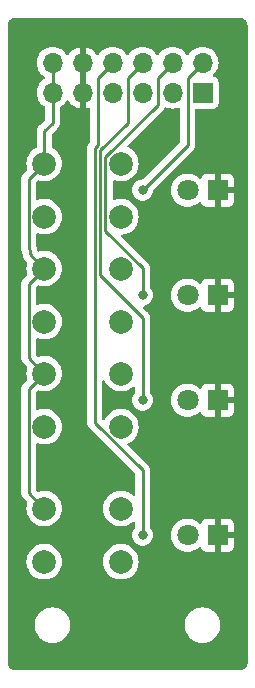
<source format=gtl>
G04 #@! TF.GenerationSoftware,KiCad,Pcbnew,7.0.11-7.0.11~ubuntu20.04.1*
G04 #@! TF.CreationDate,2024-08-22T00:47:30+02:00*
G04 #@! TF.ProjectId,kicad-pmod-semaphore,6b696361-642d-4706-9d6f-642d73656d61,1.0*
G04 #@! TF.SameCoordinates,Original*
G04 #@! TF.FileFunction,Copper,L1,Top*
G04 #@! TF.FilePolarity,Positive*
%FSLAX46Y46*%
G04 Gerber Fmt 4.6, Leading zero omitted, Abs format (unit mm)*
G04 Created by KiCad (PCBNEW 7.0.11-7.0.11~ubuntu20.04.1) date 2024-08-22 00:47:30*
%MOMM*%
%LPD*%
G01*
G04 APERTURE LIST*
G04 #@! TA.AperFunction,ComponentPad*
%ADD10C,2.000000*%
G04 #@! TD*
G04 #@! TA.AperFunction,ComponentPad*
%ADD11R,1.700000X1.700000*%
G04 #@! TD*
G04 #@! TA.AperFunction,ComponentPad*
%ADD12O,1.700000X1.700000*%
G04 #@! TD*
G04 #@! TA.AperFunction,ComponentPad*
%ADD13R,1.800000X1.800000*%
G04 #@! TD*
G04 #@! TA.AperFunction,ComponentPad*
%ADD14C,1.800000*%
G04 #@! TD*
G04 #@! TA.AperFunction,ViaPad*
%ADD15C,0.800000*%
G04 #@! TD*
G04 #@! TA.AperFunction,Conductor*
%ADD16C,0.250000*%
G04 #@! TD*
G04 APERTURE END LIST*
D10*
X120090000Y-86015000D03*
X113590000Y-86015000D03*
X120090000Y-90515000D03*
X113590000Y-90515000D03*
X120090000Y-74585000D03*
X113590000Y-74585000D03*
X120090000Y-79085000D03*
X113590000Y-79085000D03*
X120090000Y-65695000D03*
X113590000Y-65695000D03*
X120090000Y-70195000D03*
X113590000Y-70195000D03*
X120090000Y-56805000D03*
X113590000Y-56805000D03*
X120090000Y-61305000D03*
X113590000Y-61305000D03*
D11*
X127000000Y-50800000D03*
D12*
X127000000Y-48260000D03*
X124460000Y-50800000D03*
X124460000Y-48260000D03*
X121920000Y-50800000D03*
X121920000Y-48260000D03*
X119380000Y-50800000D03*
X119380000Y-48260000D03*
X116840000Y-50800000D03*
X116840000Y-48260000D03*
X114300000Y-50800000D03*
X114300000Y-48260000D03*
D13*
X128270000Y-88265000D03*
D14*
X125730000Y-88265000D03*
D13*
X128270000Y-76835000D03*
D14*
X125730000Y-76835000D03*
D13*
X128270000Y-67945000D03*
D14*
X125730000Y-67945000D03*
X125730000Y-59055000D03*
D13*
X128270000Y-59055000D03*
D15*
X121920000Y-88265000D03*
X121920000Y-76835000D03*
X121920000Y-67945000D03*
X121920000Y-59055000D03*
D16*
X121920000Y-59055000D02*
X125730000Y-55245000D01*
X125730000Y-55245000D02*
X125730000Y-49530000D01*
X125730000Y-49530000D02*
X127000000Y-48260000D01*
X121920000Y-76835000D02*
X121920000Y-69850000D01*
X118315000Y-55675000D02*
X120650000Y-53340000D01*
X121920000Y-69850000D02*
X118315000Y-66245000D01*
X118315000Y-66245000D02*
X118315000Y-55675000D01*
X120650000Y-53340000D02*
X120650000Y-49530000D01*
X120650000Y-49530000D02*
X121920000Y-48260000D01*
X121920000Y-67945000D02*
X121920000Y-65651167D01*
X121920000Y-65651167D02*
X118765000Y-62496167D01*
X118765000Y-62496167D02*
X118765000Y-56256167D01*
X118765000Y-56256167D02*
X123190000Y-51831167D01*
X123190000Y-51831167D02*
X123190000Y-49530000D01*
X123190000Y-49530000D02*
X124460000Y-48260000D01*
X114300000Y-50800000D02*
X114300000Y-48260000D01*
X117865000Y-55488604D02*
X118109302Y-55244302D01*
X121920000Y-88265000D02*
X121920000Y-82788833D01*
X121920000Y-82788833D02*
X117865000Y-78733833D01*
X117865000Y-78733833D02*
X117865000Y-55488604D01*
X118109302Y-55244302D02*
X118109302Y-49530698D01*
X118109302Y-49530698D02*
X119380000Y-48260000D01*
X113590000Y-74585000D02*
X112265000Y-75910000D01*
X112265000Y-75910000D02*
X112265000Y-84690000D01*
X112265000Y-84690000D02*
X113590000Y-86015000D01*
X113590000Y-65695000D02*
X112265000Y-67020000D01*
X112265000Y-67020000D02*
X112265000Y-73260000D01*
X112265000Y-73260000D02*
X113590000Y-74585000D01*
X112265000Y-64005000D02*
X112395000Y-64135000D01*
X112265000Y-58130000D02*
X112265000Y-64005000D01*
X113590000Y-56805000D02*
X112265000Y-58130000D01*
X112395000Y-64135000D02*
X112395000Y-64500000D01*
X112395000Y-64500000D02*
X113590000Y-65695000D01*
X114300000Y-50800000D02*
X114300000Y-53340000D01*
X114300000Y-53340000D02*
X113590000Y-54050000D01*
X113590000Y-54050000D02*
X113590000Y-56805000D01*
X113590000Y-74585000D02*
X113590000Y-74855000D01*
X113590000Y-74855000D02*
X113665000Y-74930000D01*
G04 #@! TA.AperFunction,Conductor*
G36*
X117090000Y-50364498D02*
G01*
X116982315Y-50315320D01*
X116875763Y-50300000D01*
X116804237Y-50300000D01*
X116697685Y-50315320D01*
X116590000Y-50364498D01*
X116590000Y-48695501D01*
X116697685Y-48744680D01*
X116804237Y-48760000D01*
X116875763Y-48760000D01*
X116982315Y-48744680D01*
X117090000Y-48695501D01*
X117090000Y-50364498D01*
G37*
G04 #@! TD.AperFunction*
G04 #@! TA.AperFunction,Conductor*
G36*
X130181912Y-44451278D02*
G01*
X130200299Y-44453350D01*
X130202404Y-44453607D01*
X130313499Y-44468233D01*
X130338249Y-44474126D01*
X130380803Y-44489017D01*
X130387255Y-44491480D01*
X130460533Y-44521833D01*
X130479028Y-44531387D01*
X130521975Y-44558372D01*
X130531481Y-44564985D01*
X130590274Y-44610098D01*
X130602469Y-44620793D01*
X130639205Y-44657529D01*
X130649900Y-44669724D01*
X130695013Y-44728517D01*
X130701630Y-44738029D01*
X130728607Y-44780962D01*
X130738172Y-44799478D01*
X130768510Y-44872722D01*
X130770990Y-44879219D01*
X130785869Y-44921740D01*
X130791767Y-44946510D01*
X130806381Y-45057517D01*
X130806661Y-45059801D01*
X130808720Y-45078085D01*
X130809500Y-45091959D01*
X130809500Y-99053039D01*
X130808721Y-99066915D01*
X130807239Y-99080065D01*
X130806662Y-99085186D01*
X130806381Y-99087481D01*
X130791767Y-99198488D01*
X130785869Y-99223258D01*
X130770990Y-99265779D01*
X130768510Y-99272276D01*
X130738172Y-99345520D01*
X130728604Y-99364042D01*
X130701630Y-99406969D01*
X130695013Y-99416481D01*
X130649900Y-99475274D01*
X130639205Y-99487469D01*
X130602469Y-99524205D01*
X130590274Y-99534900D01*
X130531481Y-99580013D01*
X130521969Y-99586630D01*
X130479042Y-99613604D01*
X130460520Y-99623172D01*
X130387276Y-99653510D01*
X130380779Y-99655990D01*
X130338258Y-99670869D01*
X130313488Y-99676767D01*
X130202481Y-99691381D01*
X130200187Y-99691662D01*
X130197503Y-99691964D01*
X130181914Y-99693720D01*
X130168040Y-99694500D01*
X111131960Y-99694500D01*
X111118083Y-99693720D01*
X111103203Y-99692044D01*
X111099813Y-99691662D01*
X111097517Y-99691381D01*
X110986510Y-99676767D01*
X110961740Y-99670869D01*
X110919219Y-99655990D01*
X110912722Y-99653510D01*
X110862748Y-99632810D01*
X110839475Y-99623170D01*
X110820962Y-99613607D01*
X110778029Y-99586630D01*
X110768517Y-99580013D01*
X110709724Y-99534900D01*
X110697529Y-99524205D01*
X110660793Y-99487469D01*
X110650098Y-99475274D01*
X110604985Y-99416481D01*
X110598368Y-99406969D01*
X110571387Y-99364028D01*
X110561833Y-99345533D01*
X110531480Y-99272255D01*
X110529017Y-99265803D01*
X110514126Y-99223249D01*
X110508233Y-99198499D01*
X110493607Y-99087404D01*
X110493350Y-99085299D01*
X110491278Y-99066912D01*
X110490500Y-99053037D01*
X110490500Y-96009334D01*
X112799500Y-96009334D01*
X112840429Y-96254616D01*
X112921169Y-96489802D01*
X112921172Y-96489811D01*
X113039524Y-96708506D01*
X113039526Y-96708509D01*
X113192262Y-96904744D01*
X113351744Y-97051557D01*
X113375217Y-97073166D01*
X113583393Y-97209173D01*
X113811118Y-97309063D01*
X114052175Y-97370107D01*
X114052179Y-97370108D01*
X114052181Y-97370108D01*
X114052186Y-97370109D01*
X114205589Y-97382819D01*
X114237933Y-97385500D01*
X114237937Y-97385500D01*
X114362063Y-97385500D01*
X114362067Y-97385500D01*
X114424677Y-97380311D01*
X114547813Y-97370109D01*
X114547816Y-97370108D01*
X114547821Y-97370108D01*
X114788881Y-97309063D01*
X115016607Y-97209173D01*
X115224785Y-97073164D01*
X115407738Y-96904744D01*
X115560474Y-96708509D01*
X115678828Y-96489810D01*
X115759571Y-96254614D01*
X115800500Y-96009335D01*
X115800500Y-96009334D01*
X125499500Y-96009334D01*
X125540429Y-96254616D01*
X125621169Y-96489802D01*
X125621172Y-96489811D01*
X125739524Y-96708506D01*
X125739526Y-96708509D01*
X125892262Y-96904744D01*
X126051744Y-97051557D01*
X126075217Y-97073166D01*
X126283393Y-97209173D01*
X126511118Y-97309063D01*
X126752175Y-97370107D01*
X126752179Y-97370108D01*
X126752181Y-97370108D01*
X126752186Y-97370109D01*
X126905589Y-97382819D01*
X126937933Y-97385500D01*
X126937937Y-97385500D01*
X127062063Y-97385500D01*
X127062067Y-97385500D01*
X127124677Y-97380311D01*
X127247813Y-97370109D01*
X127247816Y-97370108D01*
X127247821Y-97370108D01*
X127488881Y-97309063D01*
X127716607Y-97209173D01*
X127924785Y-97073164D01*
X128107738Y-96904744D01*
X128260474Y-96708509D01*
X128378828Y-96489810D01*
X128459571Y-96254614D01*
X128500500Y-96009335D01*
X128500500Y-95760665D01*
X128459571Y-95515386D01*
X128378828Y-95280190D01*
X128260474Y-95061491D01*
X128107738Y-94865256D01*
X127924785Y-94696836D01*
X127924782Y-94696833D01*
X127716606Y-94560826D01*
X127488881Y-94460936D01*
X127247824Y-94399892D01*
X127247813Y-94399890D01*
X127062077Y-94384500D01*
X127062067Y-94384500D01*
X126937933Y-94384500D01*
X126937922Y-94384500D01*
X126752186Y-94399890D01*
X126752175Y-94399892D01*
X126511118Y-94460936D01*
X126283393Y-94560826D01*
X126075217Y-94696833D01*
X125892261Y-94865257D01*
X125739524Y-95061493D01*
X125621172Y-95280188D01*
X125621169Y-95280197D01*
X125540429Y-95515383D01*
X125499500Y-95760665D01*
X125499500Y-96009334D01*
X115800500Y-96009334D01*
X115800500Y-95760665D01*
X115759571Y-95515386D01*
X115678828Y-95280190D01*
X115560474Y-95061491D01*
X115407738Y-94865256D01*
X115224785Y-94696836D01*
X115224782Y-94696833D01*
X115016606Y-94560826D01*
X114788881Y-94460936D01*
X114547824Y-94399892D01*
X114547813Y-94399890D01*
X114362077Y-94384500D01*
X114362067Y-94384500D01*
X114237933Y-94384500D01*
X114237922Y-94384500D01*
X114052186Y-94399890D01*
X114052175Y-94399892D01*
X113811118Y-94460936D01*
X113583393Y-94560826D01*
X113375217Y-94696833D01*
X113192261Y-94865257D01*
X113039524Y-95061493D01*
X112921172Y-95280188D01*
X112921169Y-95280197D01*
X112840429Y-95515383D01*
X112799500Y-95760665D01*
X112799500Y-96009334D01*
X110490500Y-96009334D01*
X110490500Y-90515005D01*
X112084357Y-90515005D01*
X112104890Y-90762812D01*
X112104892Y-90762824D01*
X112165936Y-91003881D01*
X112265826Y-91231606D01*
X112401833Y-91439782D01*
X112401836Y-91439785D01*
X112570256Y-91622738D01*
X112766491Y-91775474D01*
X112985190Y-91893828D01*
X113220386Y-91974571D01*
X113465665Y-92015500D01*
X113714335Y-92015500D01*
X113959614Y-91974571D01*
X114194810Y-91893828D01*
X114413509Y-91775474D01*
X114609744Y-91622738D01*
X114778164Y-91439785D01*
X114914173Y-91231607D01*
X115014063Y-91003881D01*
X115075108Y-90762821D01*
X115095643Y-90515005D01*
X118584357Y-90515005D01*
X118604890Y-90762812D01*
X118604892Y-90762824D01*
X118665936Y-91003881D01*
X118765826Y-91231606D01*
X118901833Y-91439782D01*
X118901836Y-91439785D01*
X119070256Y-91622738D01*
X119266491Y-91775474D01*
X119485190Y-91893828D01*
X119720386Y-91974571D01*
X119965665Y-92015500D01*
X120214335Y-92015500D01*
X120459614Y-91974571D01*
X120694810Y-91893828D01*
X120913509Y-91775474D01*
X121109744Y-91622738D01*
X121278164Y-91439785D01*
X121414173Y-91231607D01*
X121514063Y-91003881D01*
X121575108Y-90762821D01*
X121595643Y-90515000D01*
X121575108Y-90267179D01*
X121514063Y-90026119D01*
X121414173Y-89798393D01*
X121327350Y-89665500D01*
X121278166Y-89590217D01*
X121256557Y-89566744D01*
X121109744Y-89407262D01*
X120913509Y-89254526D01*
X120913507Y-89254525D01*
X120913506Y-89254524D01*
X120694811Y-89136172D01*
X120694802Y-89136169D01*
X120459616Y-89055429D01*
X120214335Y-89014500D01*
X119965665Y-89014500D01*
X119720383Y-89055429D01*
X119485197Y-89136169D01*
X119485188Y-89136172D01*
X119266493Y-89254524D01*
X119070257Y-89407261D01*
X118901833Y-89590217D01*
X118765826Y-89798393D01*
X118665936Y-90026118D01*
X118604892Y-90267175D01*
X118604890Y-90267187D01*
X118584357Y-90514994D01*
X118584357Y-90515005D01*
X115095643Y-90515005D01*
X115095643Y-90515000D01*
X115075108Y-90267179D01*
X115014063Y-90026119D01*
X114914173Y-89798393D01*
X114827350Y-89665500D01*
X114778166Y-89590217D01*
X114756557Y-89566744D01*
X114609744Y-89407262D01*
X114413509Y-89254526D01*
X114413507Y-89254525D01*
X114413506Y-89254524D01*
X114194811Y-89136172D01*
X114194802Y-89136169D01*
X113959616Y-89055429D01*
X113714335Y-89014500D01*
X113465665Y-89014500D01*
X113220383Y-89055429D01*
X112985197Y-89136169D01*
X112985188Y-89136172D01*
X112766493Y-89254524D01*
X112570257Y-89407261D01*
X112401833Y-89590217D01*
X112265826Y-89798393D01*
X112165936Y-90026118D01*
X112104892Y-90267175D01*
X112104890Y-90267187D01*
X112084357Y-90514994D01*
X112084357Y-90515005D01*
X110490500Y-90515005D01*
X110490500Y-75890195D01*
X111634840Y-75890195D01*
X111638950Y-75933674D01*
X111639500Y-75945343D01*
X111639500Y-84607255D01*
X111637775Y-84622872D01*
X111638061Y-84622899D01*
X111637326Y-84630665D01*
X111639439Y-84697872D01*
X111639500Y-84701767D01*
X111639500Y-84729357D01*
X111640003Y-84733335D01*
X111640918Y-84744967D01*
X111642290Y-84788624D01*
X111642291Y-84788627D01*
X111647880Y-84807867D01*
X111651824Y-84826911D01*
X111654336Y-84846792D01*
X111670414Y-84887403D01*
X111674197Y-84898452D01*
X111686381Y-84940388D01*
X111696580Y-84957634D01*
X111705138Y-84975103D01*
X111712514Y-84993732D01*
X111738181Y-85029060D01*
X111744593Y-85038821D01*
X111766828Y-85076417D01*
X111766833Y-85076424D01*
X111780990Y-85090580D01*
X111793628Y-85105376D01*
X111805405Y-85121586D01*
X111805406Y-85121587D01*
X111839057Y-85149425D01*
X111847698Y-85157288D01*
X112126338Y-85435928D01*
X112159823Y-85497251D01*
X112158863Y-85554049D01*
X112104892Y-85767174D01*
X112104890Y-85767187D01*
X112084357Y-86014994D01*
X112084357Y-86015005D01*
X112104890Y-86262812D01*
X112104892Y-86262824D01*
X112165936Y-86503881D01*
X112265826Y-86731606D01*
X112401833Y-86939782D01*
X112401836Y-86939785D01*
X112570256Y-87122738D01*
X112766491Y-87275474D01*
X112985190Y-87393828D01*
X113220386Y-87474571D01*
X113465665Y-87515500D01*
X113714335Y-87515500D01*
X113959614Y-87474571D01*
X114194810Y-87393828D01*
X114413509Y-87275474D01*
X114609744Y-87122738D01*
X114778164Y-86939785D01*
X114914173Y-86731607D01*
X115014063Y-86503881D01*
X115075108Y-86262821D01*
X115095643Y-86015000D01*
X115075108Y-85767179D01*
X115014063Y-85526119D01*
X115001400Y-85497251D01*
X114914173Y-85298393D01*
X114778166Y-85090217D01*
X114756557Y-85066744D01*
X114609744Y-84907262D01*
X114413509Y-84754526D01*
X114413507Y-84754525D01*
X114413506Y-84754524D01*
X114194811Y-84636172D01*
X114194802Y-84636169D01*
X113959616Y-84555429D01*
X113714335Y-84514500D01*
X113465665Y-84514500D01*
X113220386Y-84555428D01*
X113140713Y-84582780D01*
X113070914Y-84585929D01*
X113012770Y-84553179D01*
X112926819Y-84467228D01*
X112893334Y-84405905D01*
X112890500Y-84379547D01*
X112890500Y-80604993D01*
X112910185Y-80537954D01*
X112962989Y-80492199D01*
X113032147Y-80482255D01*
X113054758Y-80487710D01*
X113220386Y-80544571D01*
X113465665Y-80585500D01*
X113714335Y-80585500D01*
X113959614Y-80544571D01*
X114194810Y-80463828D01*
X114413509Y-80345474D01*
X114609744Y-80192738D01*
X114778164Y-80009785D01*
X114914173Y-79801607D01*
X115014063Y-79573881D01*
X115075108Y-79332821D01*
X115086673Y-79193258D01*
X115095643Y-79085005D01*
X115095643Y-79084994D01*
X115075109Y-78837187D01*
X115075107Y-78837175D01*
X115014063Y-78596118D01*
X114914173Y-78368393D01*
X114778166Y-78160217D01*
X114756557Y-78136744D01*
X114609744Y-77977262D01*
X114413509Y-77824526D01*
X114413507Y-77824525D01*
X114413506Y-77824524D01*
X114194811Y-77706172D01*
X114194802Y-77706169D01*
X113959616Y-77625429D01*
X113714335Y-77584500D01*
X113465665Y-77584500D01*
X113220383Y-77625429D01*
X113054763Y-77682287D01*
X112984964Y-77685437D01*
X112924543Y-77650351D01*
X112892682Y-77588168D01*
X112890500Y-77565006D01*
X112890500Y-76220451D01*
X112910185Y-76153412D01*
X112926810Y-76132779D01*
X113012773Y-76046816D01*
X113074091Y-76013334D01*
X113140712Y-76017218D01*
X113186493Y-76032935D01*
X113220385Y-76044571D01*
X113465665Y-76085500D01*
X113714335Y-76085500D01*
X113959614Y-76044571D01*
X114194810Y-75963828D01*
X114413509Y-75845474D01*
X114609744Y-75692738D01*
X114778164Y-75509785D01*
X114914173Y-75301607D01*
X115014063Y-75073881D01*
X115075108Y-74832821D01*
X115095643Y-74585000D01*
X115075108Y-74337179D01*
X115014063Y-74096119D01*
X115001400Y-74067251D01*
X114914173Y-73868393D01*
X114778166Y-73660217D01*
X114756557Y-73636744D01*
X114609744Y-73477262D01*
X114413509Y-73324526D01*
X114413507Y-73324525D01*
X114413506Y-73324524D01*
X114194811Y-73206172D01*
X114194802Y-73206169D01*
X113959616Y-73125429D01*
X113714335Y-73084500D01*
X113465665Y-73084500D01*
X113220386Y-73125428D01*
X113140713Y-73152780D01*
X113070914Y-73155929D01*
X113012770Y-73123179D01*
X112926819Y-73037228D01*
X112893334Y-72975905D01*
X112890500Y-72949547D01*
X112890500Y-71714993D01*
X112910185Y-71647954D01*
X112962989Y-71602199D01*
X113032147Y-71592255D01*
X113054758Y-71597710D01*
X113220386Y-71654571D01*
X113465665Y-71695500D01*
X113714335Y-71695500D01*
X113959614Y-71654571D01*
X114194810Y-71573828D01*
X114413509Y-71455474D01*
X114609744Y-71302738D01*
X114778164Y-71119785D01*
X114914173Y-70911607D01*
X115014063Y-70683881D01*
X115075108Y-70442821D01*
X115095643Y-70195000D01*
X115075108Y-69947179D01*
X115067986Y-69919054D01*
X115014063Y-69706118D01*
X114914173Y-69478393D01*
X114778166Y-69270217D01*
X114756557Y-69246744D01*
X114609744Y-69087262D01*
X114413509Y-68934526D01*
X114413507Y-68934525D01*
X114413506Y-68934524D01*
X114194811Y-68816172D01*
X114194802Y-68816169D01*
X113959616Y-68735429D01*
X113714335Y-68694500D01*
X113465665Y-68694500D01*
X113220383Y-68735429D01*
X113054763Y-68792287D01*
X112984964Y-68795437D01*
X112924543Y-68760351D01*
X112892682Y-68698168D01*
X112890500Y-68675006D01*
X112890500Y-67330451D01*
X112910185Y-67263412D01*
X112926810Y-67242779D01*
X113012773Y-67156816D01*
X113074091Y-67123334D01*
X113140712Y-67127218D01*
X113186493Y-67142935D01*
X113220385Y-67154571D01*
X113465665Y-67195500D01*
X113714335Y-67195500D01*
X113959614Y-67154571D01*
X114194810Y-67073828D01*
X114413509Y-66955474D01*
X114609744Y-66802738D01*
X114778164Y-66619785D01*
X114914173Y-66411607D01*
X115014063Y-66183881D01*
X115075108Y-65942821D01*
X115092419Y-65733909D01*
X115095643Y-65695005D01*
X115095643Y-65694994D01*
X115075109Y-65447187D01*
X115075107Y-65447175D01*
X115014063Y-65206118D01*
X114914173Y-64978393D01*
X114778166Y-64770217D01*
X114711136Y-64697403D01*
X114609744Y-64587262D01*
X114413509Y-64434526D01*
X114413507Y-64434525D01*
X114413506Y-64434524D01*
X114194811Y-64316172D01*
X114194802Y-64316169D01*
X113959616Y-64235429D01*
X113714335Y-64194500D01*
X113465665Y-64194500D01*
X113220384Y-64235429D01*
X113184983Y-64247582D01*
X113115185Y-64250731D01*
X113054764Y-64215644D01*
X113022904Y-64153461D01*
X113020783Y-64134185D01*
X113020561Y-64127103D01*
X113020500Y-64123218D01*
X113020500Y-64095656D01*
X113020500Y-64095650D01*
X113019996Y-64091668D01*
X113019081Y-64080029D01*
X113018451Y-64059967D01*
X113017710Y-64036373D01*
X113012119Y-64017130D01*
X113008173Y-63998078D01*
X113005664Y-63978208D01*
X112989579Y-63937583D01*
X112985806Y-63926562D01*
X112973618Y-63884610D01*
X112973617Y-63884609D01*
X112973617Y-63884607D01*
X112973616Y-63884606D01*
X112963423Y-63867371D01*
X112954861Y-63849894D01*
X112947487Y-63831269D01*
X112921816Y-63795937D01*
X112915405Y-63786178D01*
X112907763Y-63773255D01*
X112890500Y-63710142D01*
X112890500Y-62824993D01*
X112910185Y-62757954D01*
X112962989Y-62712199D01*
X113032147Y-62702255D01*
X113054758Y-62707710D01*
X113220386Y-62764571D01*
X113465665Y-62805500D01*
X113714335Y-62805500D01*
X113959614Y-62764571D01*
X114194810Y-62683828D01*
X114413509Y-62565474D01*
X114609744Y-62412738D01*
X114778164Y-62229785D01*
X114914173Y-62021607D01*
X115014063Y-61793881D01*
X115075108Y-61552821D01*
X115095643Y-61305000D01*
X115075108Y-61057179D01*
X115014063Y-60816119D01*
X114914173Y-60588393D01*
X114827350Y-60455500D01*
X114778166Y-60380217D01*
X114756557Y-60356744D01*
X114609744Y-60197262D01*
X114413509Y-60044526D01*
X114413507Y-60044525D01*
X114413506Y-60044524D01*
X114194811Y-59926172D01*
X114194802Y-59926169D01*
X113959616Y-59845429D01*
X113714335Y-59804500D01*
X113465665Y-59804500D01*
X113220383Y-59845429D01*
X113054763Y-59902287D01*
X112984964Y-59905437D01*
X112924543Y-59870351D01*
X112892682Y-59808168D01*
X112890500Y-59785006D01*
X112890500Y-58440451D01*
X112910185Y-58373412D01*
X112926810Y-58352779D01*
X113012773Y-58266816D01*
X113074091Y-58233334D01*
X113140712Y-58237218D01*
X113186493Y-58252935D01*
X113220385Y-58264571D01*
X113465665Y-58305500D01*
X113714335Y-58305500D01*
X113959614Y-58264571D01*
X114194810Y-58183828D01*
X114413509Y-58065474D01*
X114609744Y-57912738D01*
X114778164Y-57729785D01*
X114914173Y-57521607D01*
X115014063Y-57293881D01*
X115075108Y-57052821D01*
X115095643Y-56805000D01*
X115075108Y-56557179D01*
X115014063Y-56316119D01*
X114914173Y-56088393D01*
X114778166Y-55880217D01*
X114756557Y-55856744D01*
X114609744Y-55697262D01*
X114413509Y-55544526D01*
X114413508Y-55544525D01*
X114413505Y-55544523D01*
X114413503Y-55544522D01*
X114280481Y-55472533D01*
X114230891Y-55423313D01*
X114215500Y-55363479D01*
X114215500Y-54360451D01*
X114235185Y-54293412D01*
X114251815Y-54272774D01*
X114683786Y-53840802D01*
X114696048Y-53830980D01*
X114695865Y-53830759D01*
X114701868Y-53825791D01*
X114701877Y-53825786D01*
X114747934Y-53776739D01*
X114750582Y-53774006D01*
X114770120Y-53754470D01*
X114772570Y-53751310D01*
X114780154Y-53742429D01*
X114810062Y-53710582D01*
X114819714Y-53693023D01*
X114830389Y-53676772D01*
X114842674Y-53660936D01*
X114860030Y-53620825D01*
X114865161Y-53610354D01*
X114886194Y-53572098D01*
X114886194Y-53572097D01*
X114886197Y-53572092D01*
X114891180Y-53552680D01*
X114897477Y-53534291D01*
X114905438Y-53515895D01*
X114912270Y-53472748D01*
X114914639Y-53461316D01*
X114925499Y-53419022D01*
X114925500Y-53419017D01*
X114925500Y-53398983D01*
X114927027Y-53379582D01*
X114930160Y-53359804D01*
X114926050Y-53316324D01*
X114925500Y-53304655D01*
X114925500Y-52075226D01*
X114945185Y-52008187D01*
X114978374Y-51973654D01*
X115171401Y-51838495D01*
X115338495Y-51671401D01*
X115468730Y-51485405D01*
X115523307Y-51441781D01*
X115592805Y-51434587D01*
X115655160Y-51466110D01*
X115671879Y-51485405D01*
X115801890Y-51671078D01*
X115968917Y-51838105D01*
X116162421Y-51973600D01*
X116376507Y-52073429D01*
X116376516Y-52073433D01*
X116590000Y-52130634D01*
X116590000Y-51235501D01*
X116697685Y-51284680D01*
X116804237Y-51300000D01*
X116875763Y-51300000D01*
X116982315Y-51284680D01*
X117090000Y-51235501D01*
X117090000Y-52130633D01*
X117303483Y-52073433D01*
X117303491Y-52073430D01*
X117307393Y-52071611D01*
X117376470Y-52061116D01*
X117440255Y-52089634D01*
X117478497Y-52148109D01*
X117483802Y-52183991D01*
X117483802Y-54931701D01*
X117464117Y-54998740D01*
X117450192Y-55016587D01*
X117417098Y-55051827D01*
X117414391Y-55054620D01*
X117394889Y-55074121D01*
X117394875Y-55074138D01*
X117392407Y-55077319D01*
X117384843Y-55086174D01*
X117354937Y-55118022D01*
X117354936Y-55118024D01*
X117345284Y-55135580D01*
X117334610Y-55151830D01*
X117322329Y-55167665D01*
X117322324Y-55167672D01*
X117304975Y-55207762D01*
X117299838Y-55218248D01*
X117278803Y-55256510D01*
X117273822Y-55275911D01*
X117267521Y-55294314D01*
X117259562Y-55312706D01*
X117259561Y-55312709D01*
X117252728Y-55355847D01*
X117250360Y-55367278D01*
X117239501Y-55409575D01*
X117239500Y-55409586D01*
X117239500Y-55429620D01*
X117237973Y-55449019D01*
X117234840Y-55468798D01*
X117234840Y-55468799D01*
X117238950Y-55512278D01*
X117239500Y-55523947D01*
X117239500Y-78651088D01*
X117237775Y-78666705D01*
X117238061Y-78666732D01*
X117237326Y-78674498D01*
X117239439Y-78741705D01*
X117239500Y-78745600D01*
X117239500Y-78773190D01*
X117240003Y-78777168D01*
X117240918Y-78788800D01*
X117242290Y-78832457D01*
X117242291Y-78832460D01*
X117247880Y-78851700D01*
X117251824Y-78870744D01*
X117254336Y-78890625D01*
X117270414Y-78931236D01*
X117274197Y-78942285D01*
X117286381Y-78984221D01*
X117296580Y-79001467D01*
X117305138Y-79018936D01*
X117312514Y-79037565D01*
X117338181Y-79072893D01*
X117344593Y-79082654D01*
X117366828Y-79120250D01*
X117366833Y-79120257D01*
X117380990Y-79134413D01*
X117393628Y-79149209D01*
X117405405Y-79165419D01*
X117405406Y-79165420D01*
X117439057Y-79193258D01*
X117447698Y-79201121D01*
X121258181Y-83011604D01*
X121291666Y-83072927D01*
X121294500Y-83099285D01*
X121294500Y-84797417D01*
X121274815Y-84864456D01*
X121222011Y-84910211D01*
X121152853Y-84920155D01*
X121094338Y-84895271D01*
X120913506Y-84754524D01*
X120694811Y-84636172D01*
X120694802Y-84636169D01*
X120459616Y-84555429D01*
X120214335Y-84514500D01*
X119965665Y-84514500D01*
X119720383Y-84555429D01*
X119485197Y-84636169D01*
X119485188Y-84636172D01*
X119266493Y-84754524D01*
X119070257Y-84907261D01*
X118901833Y-85090217D01*
X118765826Y-85298393D01*
X118665936Y-85526118D01*
X118604892Y-85767175D01*
X118604890Y-85767187D01*
X118584357Y-86014994D01*
X118584357Y-86015005D01*
X118604890Y-86262812D01*
X118604892Y-86262824D01*
X118665936Y-86503881D01*
X118765826Y-86731606D01*
X118901833Y-86939782D01*
X118901836Y-86939785D01*
X119070256Y-87122738D01*
X119266491Y-87275474D01*
X119485190Y-87393828D01*
X119720386Y-87474571D01*
X119965665Y-87515500D01*
X120214335Y-87515500D01*
X120459614Y-87474571D01*
X120694810Y-87393828D01*
X120913509Y-87275474D01*
X121094338Y-87134729D01*
X121159332Y-87109086D01*
X121227872Y-87122652D01*
X121278196Y-87171121D01*
X121294500Y-87232582D01*
X121294500Y-87566312D01*
X121274815Y-87633351D01*
X121262650Y-87649284D01*
X121187466Y-87732784D01*
X121092821Y-87896715D01*
X121092818Y-87896722D01*
X121034327Y-88076740D01*
X121034326Y-88076744D01*
X121014540Y-88265000D01*
X121034326Y-88453256D01*
X121034327Y-88453259D01*
X121092818Y-88633277D01*
X121092821Y-88633284D01*
X121187467Y-88797216D01*
X121310491Y-88933848D01*
X121314129Y-88937888D01*
X121467265Y-89049148D01*
X121467270Y-89049151D01*
X121640192Y-89126142D01*
X121640197Y-89126144D01*
X121825354Y-89165500D01*
X121825355Y-89165500D01*
X122014644Y-89165500D01*
X122014646Y-89165500D01*
X122199803Y-89126144D01*
X122372730Y-89049151D01*
X122525871Y-88937888D01*
X122652533Y-88797216D01*
X122747179Y-88633284D01*
X122805674Y-88453256D01*
X122825459Y-88265006D01*
X124324700Y-88265006D01*
X124343864Y-88496297D01*
X124343866Y-88496308D01*
X124400842Y-88721300D01*
X124494075Y-88933848D01*
X124621016Y-89128147D01*
X124621019Y-89128151D01*
X124621021Y-89128153D01*
X124778216Y-89298913D01*
X124778219Y-89298915D01*
X124778222Y-89298918D01*
X124961365Y-89441464D01*
X124961371Y-89441468D01*
X124961374Y-89441470D01*
X125165497Y-89551936D01*
X125277000Y-89590215D01*
X125385015Y-89627297D01*
X125385017Y-89627297D01*
X125385019Y-89627298D01*
X125613951Y-89665500D01*
X125613952Y-89665500D01*
X125846048Y-89665500D01*
X125846049Y-89665500D01*
X126074981Y-89627298D01*
X126294503Y-89551936D01*
X126498626Y-89441470D01*
X126681784Y-89298913D01*
X126690511Y-89289432D01*
X126750394Y-89253441D01*
X126820232Y-89255538D01*
X126877850Y-89295060D01*
X126897924Y-89330080D01*
X126926645Y-89407086D01*
X126926649Y-89407093D01*
X127012809Y-89522187D01*
X127012812Y-89522190D01*
X127127906Y-89608350D01*
X127127913Y-89608354D01*
X127262620Y-89658596D01*
X127262627Y-89658598D01*
X127322155Y-89664999D01*
X127322172Y-89665000D01*
X128020000Y-89665000D01*
X128020000Y-88639189D01*
X128072547Y-88675016D01*
X128202173Y-88715000D01*
X128303724Y-88715000D01*
X128404138Y-88699865D01*
X128520000Y-88644068D01*
X128520000Y-89665000D01*
X129217828Y-89665000D01*
X129217844Y-89664999D01*
X129277372Y-89658598D01*
X129277379Y-89658596D01*
X129412086Y-89608354D01*
X129412093Y-89608350D01*
X129527187Y-89522190D01*
X129527190Y-89522187D01*
X129613350Y-89407093D01*
X129613354Y-89407086D01*
X129663596Y-89272379D01*
X129663598Y-89272372D01*
X129669999Y-89212844D01*
X129670000Y-89212827D01*
X129670000Y-88515000D01*
X128645278Y-88515000D01*
X128693625Y-88431260D01*
X128723810Y-88299008D01*
X128713673Y-88163735D01*
X128664113Y-88037459D01*
X128646203Y-88015000D01*
X129670000Y-88015000D01*
X129670000Y-87317172D01*
X129669999Y-87317155D01*
X129663598Y-87257627D01*
X129663596Y-87257620D01*
X129613354Y-87122913D01*
X129613350Y-87122906D01*
X129527190Y-87007812D01*
X129527187Y-87007809D01*
X129412093Y-86921649D01*
X129412086Y-86921645D01*
X129277379Y-86871403D01*
X129277372Y-86871401D01*
X129217844Y-86865000D01*
X128520000Y-86865000D01*
X128520000Y-87890810D01*
X128467453Y-87854984D01*
X128337827Y-87815000D01*
X128236276Y-87815000D01*
X128135862Y-87830135D01*
X128020000Y-87885931D01*
X128020000Y-86865000D01*
X127322155Y-86865000D01*
X127262627Y-86871401D01*
X127262620Y-86871403D01*
X127127913Y-86921645D01*
X127127906Y-86921649D01*
X127012812Y-87007809D01*
X127012809Y-87007812D01*
X126926649Y-87122906D01*
X126926646Y-87122911D01*
X126897924Y-87199920D01*
X126856052Y-87255853D01*
X126790588Y-87280270D01*
X126722315Y-87265418D01*
X126690514Y-87240571D01*
X126681784Y-87231087D01*
X126681779Y-87231083D01*
X126681777Y-87231081D01*
X126498634Y-87088535D01*
X126498628Y-87088531D01*
X126294504Y-86978064D01*
X126294495Y-86978061D01*
X126074984Y-86902702D01*
X125887404Y-86871401D01*
X125846049Y-86864500D01*
X125613951Y-86864500D01*
X125572596Y-86871401D01*
X125385015Y-86902702D01*
X125165504Y-86978061D01*
X125165495Y-86978064D01*
X124961371Y-87088531D01*
X124961365Y-87088535D01*
X124778222Y-87231081D01*
X124778219Y-87231084D01*
X124778216Y-87231086D01*
X124778216Y-87231087D01*
X124753791Y-87257620D01*
X124621016Y-87401852D01*
X124494075Y-87596151D01*
X124400842Y-87808699D01*
X124343866Y-88033691D01*
X124343864Y-88033702D01*
X124324700Y-88264993D01*
X124324700Y-88265006D01*
X122825459Y-88265006D01*
X122825460Y-88265000D01*
X122805674Y-88076744D01*
X122747179Y-87896716D01*
X122652533Y-87732784D01*
X122577350Y-87649284D01*
X122547120Y-87586292D01*
X122545500Y-87566312D01*
X122545500Y-82871575D01*
X122547224Y-82855955D01*
X122546939Y-82855929D01*
X122547671Y-82848173D01*
X122547673Y-82848166D01*
X122545561Y-82780959D01*
X122545500Y-82777064D01*
X122545500Y-82749487D01*
X122545500Y-82749483D01*
X122544996Y-82745498D01*
X122544080Y-82733854D01*
X122542709Y-82690206D01*
X122537122Y-82670977D01*
X122533174Y-82651917D01*
X122530663Y-82632037D01*
X122514588Y-82591437D01*
X122510804Y-82580385D01*
X122498618Y-82538442D01*
X122498616Y-82538439D01*
X122488423Y-82521204D01*
X122479861Y-82503727D01*
X122472487Y-82485102D01*
X122446816Y-82449770D01*
X122440405Y-82440010D01*
X122418170Y-82402413D01*
X122418168Y-82402411D01*
X122418165Y-82402407D01*
X122404006Y-82388248D01*
X122391368Y-82373452D01*
X122379594Y-82357246D01*
X122345940Y-82329405D01*
X122337299Y-82321542D01*
X120672748Y-80656990D01*
X120639263Y-80595667D01*
X120644247Y-80525975D01*
X120686119Y-80470042D01*
X120701400Y-80460261D01*
X120913509Y-80345474D01*
X121109744Y-80192738D01*
X121278164Y-80009785D01*
X121414173Y-79801607D01*
X121514063Y-79573881D01*
X121575108Y-79332821D01*
X121586673Y-79193258D01*
X121595643Y-79085005D01*
X121595643Y-79084994D01*
X121575109Y-78837187D01*
X121575107Y-78837175D01*
X121514063Y-78596118D01*
X121414173Y-78368393D01*
X121278166Y-78160217D01*
X121256557Y-78136744D01*
X121109744Y-77977262D01*
X120913509Y-77824526D01*
X120913507Y-77824525D01*
X120913506Y-77824524D01*
X120694811Y-77706172D01*
X120694802Y-77706169D01*
X120459616Y-77625429D01*
X120214335Y-77584500D01*
X119965665Y-77584500D01*
X119720383Y-77625429D01*
X119485197Y-77706169D01*
X119485188Y-77706172D01*
X119266493Y-77824524D01*
X119070257Y-77977261D01*
X118901833Y-78160217D01*
X118765826Y-78368393D01*
X118728056Y-78454501D01*
X118683100Y-78507987D01*
X118616364Y-78528677D01*
X118549036Y-78510002D01*
X118502493Y-78457892D01*
X118490500Y-78404691D01*
X118490500Y-75265308D01*
X118510185Y-75198269D01*
X118562989Y-75152514D01*
X118632147Y-75142570D01*
X118695703Y-75171595D01*
X118728056Y-75215498D01*
X118765826Y-75301606D01*
X118901833Y-75509782D01*
X118901836Y-75509785D01*
X119070256Y-75692738D01*
X119266491Y-75845474D01*
X119485190Y-75963828D01*
X119720386Y-76044571D01*
X119965665Y-76085500D01*
X120214335Y-76085500D01*
X120459614Y-76044571D01*
X120694810Y-75963828D01*
X120913509Y-75845474D01*
X121094338Y-75704729D01*
X121159332Y-75679086D01*
X121227872Y-75692652D01*
X121278196Y-75741121D01*
X121294500Y-75802582D01*
X121294500Y-76136312D01*
X121274815Y-76203351D01*
X121262650Y-76219284D01*
X121187466Y-76302784D01*
X121092821Y-76466715D01*
X121092818Y-76466722D01*
X121034327Y-76646740D01*
X121034326Y-76646744D01*
X121014540Y-76835000D01*
X121034326Y-77023256D01*
X121034327Y-77023259D01*
X121092818Y-77203277D01*
X121092821Y-77203284D01*
X121187467Y-77367216D01*
X121310491Y-77503848D01*
X121314129Y-77507888D01*
X121467265Y-77619148D01*
X121467270Y-77619151D01*
X121640192Y-77696142D01*
X121640197Y-77696144D01*
X121825354Y-77735500D01*
X121825355Y-77735500D01*
X122014644Y-77735500D01*
X122014646Y-77735500D01*
X122199803Y-77696144D01*
X122372730Y-77619151D01*
X122525871Y-77507888D01*
X122652533Y-77367216D01*
X122747179Y-77203284D01*
X122805674Y-77023256D01*
X122825459Y-76835006D01*
X124324700Y-76835006D01*
X124343864Y-77066297D01*
X124343866Y-77066308D01*
X124400842Y-77291300D01*
X124494075Y-77503848D01*
X124621016Y-77698147D01*
X124621019Y-77698151D01*
X124621021Y-77698153D01*
X124778216Y-77868913D01*
X124778219Y-77868915D01*
X124778222Y-77868918D01*
X124961365Y-78011464D01*
X124961371Y-78011468D01*
X124961374Y-78011470D01*
X125165497Y-78121936D01*
X125277000Y-78160215D01*
X125385015Y-78197297D01*
X125385017Y-78197297D01*
X125385019Y-78197298D01*
X125613951Y-78235500D01*
X125613952Y-78235500D01*
X125846048Y-78235500D01*
X125846049Y-78235500D01*
X126074981Y-78197298D01*
X126294503Y-78121936D01*
X126498626Y-78011470D01*
X126681784Y-77868913D01*
X126690511Y-77859432D01*
X126750394Y-77823441D01*
X126820232Y-77825538D01*
X126877850Y-77865060D01*
X126897924Y-77900080D01*
X126926645Y-77977086D01*
X126926649Y-77977093D01*
X127012809Y-78092187D01*
X127012812Y-78092190D01*
X127127906Y-78178350D01*
X127127913Y-78178354D01*
X127262620Y-78228596D01*
X127262627Y-78228598D01*
X127322155Y-78234999D01*
X127322172Y-78235000D01*
X128020000Y-78235000D01*
X128020000Y-77209189D01*
X128072547Y-77245016D01*
X128202173Y-77285000D01*
X128303724Y-77285000D01*
X128404138Y-77269865D01*
X128520000Y-77214068D01*
X128520000Y-78235000D01*
X129217828Y-78235000D01*
X129217844Y-78234999D01*
X129277372Y-78228598D01*
X129277379Y-78228596D01*
X129412086Y-78178354D01*
X129412093Y-78178350D01*
X129527187Y-78092190D01*
X129527190Y-78092187D01*
X129613350Y-77977093D01*
X129613354Y-77977086D01*
X129663596Y-77842379D01*
X129663598Y-77842372D01*
X129669999Y-77782844D01*
X129670000Y-77782827D01*
X129670000Y-77085000D01*
X128645278Y-77085000D01*
X128693625Y-77001260D01*
X128723810Y-76869008D01*
X128713673Y-76733735D01*
X128664113Y-76607459D01*
X128646203Y-76585000D01*
X129670000Y-76585000D01*
X129670000Y-75887172D01*
X129669999Y-75887155D01*
X129663598Y-75827627D01*
X129663596Y-75827620D01*
X129613354Y-75692913D01*
X129613350Y-75692906D01*
X129527190Y-75577812D01*
X129527187Y-75577809D01*
X129412093Y-75491649D01*
X129412086Y-75491645D01*
X129277379Y-75441403D01*
X129277372Y-75441401D01*
X129217844Y-75435000D01*
X128520000Y-75435000D01*
X128520000Y-76460810D01*
X128467453Y-76424984D01*
X128337827Y-76385000D01*
X128236276Y-76385000D01*
X128135862Y-76400135D01*
X128020000Y-76455931D01*
X128020000Y-75435000D01*
X127322155Y-75435000D01*
X127262627Y-75441401D01*
X127262620Y-75441403D01*
X127127913Y-75491645D01*
X127127906Y-75491649D01*
X127012812Y-75577809D01*
X127012809Y-75577812D01*
X126926649Y-75692906D01*
X126926646Y-75692911D01*
X126897924Y-75769920D01*
X126856052Y-75825853D01*
X126790588Y-75850270D01*
X126722315Y-75835418D01*
X126690514Y-75810571D01*
X126681784Y-75801087D01*
X126681779Y-75801083D01*
X126681777Y-75801081D01*
X126498634Y-75658535D01*
X126498628Y-75658531D01*
X126294504Y-75548064D01*
X126294495Y-75548061D01*
X126074984Y-75472702D01*
X125887404Y-75441401D01*
X125846049Y-75434500D01*
X125613951Y-75434500D01*
X125572596Y-75441401D01*
X125385015Y-75472702D01*
X125165504Y-75548061D01*
X125165495Y-75548064D01*
X124961371Y-75658531D01*
X124961365Y-75658535D01*
X124778222Y-75801081D01*
X124778219Y-75801084D01*
X124778216Y-75801086D01*
X124778216Y-75801087D01*
X124753791Y-75827620D01*
X124621016Y-75971852D01*
X124494075Y-76166151D01*
X124400842Y-76378699D01*
X124343866Y-76603691D01*
X124343864Y-76603702D01*
X124324700Y-76834993D01*
X124324700Y-76835006D01*
X122825459Y-76835006D01*
X122825460Y-76835000D01*
X122805674Y-76646744D01*
X122747179Y-76466716D01*
X122652533Y-76302784D01*
X122577350Y-76219284D01*
X122547120Y-76156292D01*
X122545500Y-76136312D01*
X122545500Y-69932742D01*
X122547224Y-69917122D01*
X122546939Y-69917096D01*
X122547671Y-69909340D01*
X122547673Y-69909333D01*
X122545561Y-69842126D01*
X122545500Y-69838231D01*
X122545500Y-69810654D01*
X122545500Y-69810650D01*
X122544996Y-69806665D01*
X122544080Y-69795021D01*
X122542709Y-69751373D01*
X122537122Y-69732144D01*
X122533174Y-69713084D01*
X122530664Y-69693208D01*
X122530663Y-69693206D01*
X122530663Y-69693204D01*
X122514588Y-69652604D01*
X122510804Y-69641552D01*
X122498618Y-69599609D01*
X122498616Y-69599606D01*
X122488423Y-69582371D01*
X122479861Y-69564894D01*
X122472487Y-69546269D01*
X122446816Y-69510937D01*
X122440405Y-69501177D01*
X122418170Y-69463580D01*
X122418168Y-69463578D01*
X122418165Y-69463574D01*
X122404006Y-69449415D01*
X122391368Y-69434619D01*
X122379594Y-69418413D01*
X122345940Y-69390572D01*
X122337299Y-69382709D01*
X121999189Y-69044599D01*
X121965704Y-68983276D01*
X121970688Y-68913584D01*
X122012560Y-68857651D01*
X122061089Y-68835628D01*
X122199803Y-68806144D01*
X122372730Y-68729151D01*
X122525871Y-68617888D01*
X122652533Y-68477216D01*
X122747179Y-68313284D01*
X122805674Y-68133256D01*
X122825459Y-67945006D01*
X124324700Y-67945006D01*
X124343864Y-68176297D01*
X124343866Y-68176308D01*
X124400842Y-68401300D01*
X124494075Y-68613848D01*
X124621016Y-68808147D01*
X124621019Y-68808151D01*
X124621021Y-68808153D01*
X124778216Y-68978913D01*
X124778219Y-68978915D01*
X124778222Y-68978918D01*
X124961365Y-69121464D01*
X124961371Y-69121468D01*
X124961374Y-69121470D01*
X125165497Y-69231936D01*
X125277000Y-69270215D01*
X125385015Y-69307297D01*
X125385017Y-69307297D01*
X125385019Y-69307298D01*
X125613951Y-69345500D01*
X125613952Y-69345500D01*
X125846048Y-69345500D01*
X125846049Y-69345500D01*
X126074981Y-69307298D01*
X126294503Y-69231936D01*
X126498626Y-69121470D01*
X126681784Y-68978913D01*
X126690511Y-68969432D01*
X126750394Y-68933441D01*
X126820232Y-68935538D01*
X126877850Y-68975060D01*
X126897924Y-69010080D01*
X126926645Y-69087086D01*
X126926649Y-69087093D01*
X127012809Y-69202187D01*
X127012812Y-69202190D01*
X127127906Y-69288350D01*
X127127913Y-69288354D01*
X127262620Y-69338596D01*
X127262627Y-69338598D01*
X127322155Y-69344999D01*
X127322172Y-69345000D01*
X128020000Y-69345000D01*
X128020000Y-68319189D01*
X128072547Y-68355016D01*
X128202173Y-68395000D01*
X128303724Y-68395000D01*
X128404138Y-68379865D01*
X128520000Y-68324068D01*
X128520000Y-69345000D01*
X129217828Y-69345000D01*
X129217844Y-69344999D01*
X129277372Y-69338598D01*
X129277379Y-69338596D01*
X129412086Y-69288354D01*
X129412093Y-69288350D01*
X129527187Y-69202190D01*
X129527190Y-69202187D01*
X129613350Y-69087093D01*
X129613354Y-69087086D01*
X129663596Y-68952379D01*
X129663598Y-68952372D01*
X129669999Y-68892844D01*
X129670000Y-68892827D01*
X129670000Y-68195000D01*
X128645278Y-68195000D01*
X128693625Y-68111260D01*
X128723810Y-67979008D01*
X128713673Y-67843735D01*
X128664113Y-67717459D01*
X128646203Y-67695000D01*
X129670000Y-67695000D01*
X129670000Y-66997172D01*
X129669999Y-66997155D01*
X129663598Y-66937627D01*
X129663596Y-66937620D01*
X129613354Y-66802913D01*
X129613350Y-66802906D01*
X129527190Y-66687812D01*
X129527187Y-66687809D01*
X129412093Y-66601649D01*
X129412086Y-66601645D01*
X129277379Y-66551403D01*
X129277372Y-66551401D01*
X129217844Y-66545000D01*
X128520000Y-66545000D01*
X128520000Y-67570810D01*
X128467453Y-67534984D01*
X128337827Y-67495000D01*
X128236276Y-67495000D01*
X128135862Y-67510135D01*
X128020000Y-67565931D01*
X128020000Y-66545000D01*
X127322155Y-66545000D01*
X127262627Y-66551401D01*
X127262620Y-66551403D01*
X127127913Y-66601645D01*
X127127906Y-66601649D01*
X127012812Y-66687809D01*
X127012809Y-66687812D01*
X126926649Y-66802906D01*
X126926646Y-66802911D01*
X126897924Y-66879920D01*
X126856052Y-66935853D01*
X126790588Y-66960270D01*
X126722315Y-66945418D01*
X126690514Y-66920571D01*
X126681784Y-66911087D01*
X126681779Y-66911083D01*
X126681777Y-66911081D01*
X126498634Y-66768535D01*
X126498628Y-66768531D01*
X126294504Y-66658064D01*
X126294495Y-66658061D01*
X126074984Y-66582702D01*
X125887404Y-66551401D01*
X125846049Y-66544500D01*
X125613951Y-66544500D01*
X125572596Y-66551401D01*
X125385015Y-66582702D01*
X125165504Y-66658061D01*
X125165495Y-66658064D01*
X124961371Y-66768531D01*
X124961365Y-66768535D01*
X124778222Y-66911081D01*
X124778219Y-66911084D01*
X124778216Y-66911086D01*
X124778216Y-66911087D01*
X124753791Y-66937620D01*
X124621016Y-67081852D01*
X124494075Y-67276151D01*
X124400842Y-67488699D01*
X124343866Y-67713691D01*
X124343864Y-67713702D01*
X124324700Y-67944993D01*
X124324700Y-67945006D01*
X122825459Y-67945006D01*
X122825460Y-67945000D01*
X122805674Y-67756744D01*
X122747179Y-67576716D01*
X122652533Y-67412784D01*
X122577350Y-67329284D01*
X122547120Y-67266292D01*
X122545500Y-67246312D01*
X122545500Y-65733909D01*
X122547224Y-65718289D01*
X122546939Y-65718263D01*
X122547671Y-65710507D01*
X122547673Y-65710500D01*
X122545561Y-65643293D01*
X122545500Y-65639398D01*
X122545500Y-65611821D01*
X122545500Y-65611817D01*
X122544996Y-65607832D01*
X122544080Y-65596188D01*
X122542709Y-65552540D01*
X122537122Y-65533311D01*
X122533174Y-65514251D01*
X122530663Y-65494371D01*
X122514588Y-65453771D01*
X122510804Y-65442719D01*
X122498618Y-65400776D01*
X122498616Y-65400773D01*
X122488423Y-65383538D01*
X122479861Y-65366061D01*
X122472487Y-65347436D01*
X122446816Y-65312104D01*
X122440405Y-65302344D01*
X122418170Y-65264747D01*
X122418168Y-65264745D01*
X122418165Y-65264741D01*
X122404006Y-65250582D01*
X122391368Y-65235786D01*
X122390106Y-65234049D01*
X122379594Y-65219580D01*
X122363322Y-65206119D01*
X122345940Y-65191739D01*
X122337299Y-65183876D01*
X120165789Y-63012365D01*
X120132304Y-62951042D01*
X120137288Y-62881350D01*
X120179160Y-62825417D01*
X120233060Y-62802375D01*
X120459614Y-62764571D01*
X120694810Y-62683828D01*
X120913509Y-62565474D01*
X121109744Y-62412738D01*
X121278164Y-62229785D01*
X121414173Y-62021607D01*
X121514063Y-61793881D01*
X121575108Y-61552821D01*
X121595643Y-61305000D01*
X121575108Y-61057179D01*
X121514063Y-60816119D01*
X121414173Y-60588393D01*
X121327350Y-60455500D01*
X121278166Y-60380217D01*
X121256557Y-60356744D01*
X121109744Y-60197262D01*
X120913509Y-60044526D01*
X120913507Y-60044525D01*
X120913506Y-60044524D01*
X120694811Y-59926172D01*
X120694802Y-59926169D01*
X120459616Y-59845429D01*
X120214335Y-59804500D01*
X119965665Y-59804500D01*
X119720383Y-59845429D01*
X119554763Y-59902287D01*
X119484964Y-59905437D01*
X119424543Y-59870351D01*
X119392682Y-59808168D01*
X119390500Y-59785006D01*
X119390500Y-58324993D01*
X119410185Y-58257954D01*
X119462989Y-58212199D01*
X119532147Y-58202255D01*
X119554758Y-58207710D01*
X119720386Y-58264571D01*
X119965665Y-58305500D01*
X120214335Y-58305500D01*
X120459614Y-58264571D01*
X120694810Y-58183828D01*
X120913509Y-58065474D01*
X121109744Y-57912738D01*
X121278164Y-57729785D01*
X121414173Y-57521607D01*
X121514063Y-57293881D01*
X121575108Y-57052821D01*
X121595643Y-56805000D01*
X121575108Y-56557179D01*
X121514063Y-56316119D01*
X121414173Y-56088393D01*
X121278166Y-55880217D01*
X121256557Y-55856744D01*
X121109744Y-55697262D01*
X120913509Y-55544526D01*
X120913507Y-55544525D01*
X120913506Y-55544524D01*
X120701411Y-55429744D01*
X120651821Y-55380524D01*
X120636713Y-55312308D01*
X120660883Y-55246752D01*
X120672741Y-55233015D01*
X123573788Y-52331968D01*
X123586042Y-52322153D01*
X123585859Y-52321931D01*
X123591868Y-52316958D01*
X123591877Y-52316953D01*
X123637949Y-52267889D01*
X123640566Y-52265190D01*
X123660120Y-52245638D01*
X123662576Y-52242470D01*
X123670156Y-52233594D01*
X123700062Y-52201749D01*
X123709715Y-52184187D01*
X123720389Y-52167937D01*
X123732673Y-52152103D01*
X123750019Y-52112017D01*
X123755157Y-52101530D01*
X123760558Y-52091706D01*
X123810105Y-52042443D01*
X123878420Y-52027787D01*
X123921621Y-52039062D01*
X123996337Y-52073903D01*
X123996342Y-52073904D01*
X123996344Y-52073905D01*
X124051285Y-52088626D01*
X124224592Y-52135063D01*
X124412918Y-52151539D01*
X124459999Y-52155659D01*
X124460000Y-52155659D01*
X124460001Y-52155659D01*
X124500679Y-52152100D01*
X124695408Y-52135063D01*
X124923663Y-52073903D01*
X124928094Y-52071837D01*
X124997171Y-52061344D01*
X125060955Y-52089863D01*
X125099196Y-52148339D01*
X125104500Y-52184218D01*
X125104500Y-54934547D01*
X125084815Y-55001586D01*
X125068181Y-55022228D01*
X121972228Y-58118181D01*
X121910905Y-58151666D01*
X121884547Y-58154500D01*
X121825354Y-58154500D01*
X121792897Y-58161398D01*
X121640197Y-58193855D01*
X121640192Y-58193857D01*
X121467270Y-58270848D01*
X121467265Y-58270851D01*
X121314129Y-58382111D01*
X121187466Y-58522785D01*
X121092821Y-58686715D01*
X121092818Y-58686722D01*
X121034327Y-58866740D01*
X121034326Y-58866744D01*
X121014540Y-59055000D01*
X121034326Y-59243256D01*
X121034327Y-59243259D01*
X121092818Y-59423277D01*
X121092821Y-59423284D01*
X121187467Y-59587216D01*
X121310491Y-59723848D01*
X121314129Y-59727888D01*
X121467265Y-59839148D01*
X121467270Y-59839151D01*
X121640192Y-59916142D01*
X121640197Y-59916144D01*
X121825354Y-59955500D01*
X121825355Y-59955500D01*
X122014644Y-59955500D01*
X122014646Y-59955500D01*
X122199803Y-59916144D01*
X122372730Y-59839151D01*
X122525871Y-59727888D01*
X122652533Y-59587216D01*
X122747179Y-59423284D01*
X122805674Y-59243256D01*
X122823321Y-59075345D01*
X122831689Y-59055006D01*
X124324700Y-59055006D01*
X124343864Y-59286297D01*
X124343866Y-59286308D01*
X124400842Y-59511300D01*
X124494075Y-59723848D01*
X124621016Y-59918147D01*
X124621019Y-59918151D01*
X124621021Y-59918153D01*
X124778216Y-60088913D01*
X124778219Y-60088915D01*
X124778222Y-60088918D01*
X124961365Y-60231464D01*
X124961371Y-60231468D01*
X124961374Y-60231470D01*
X125165497Y-60341936D01*
X125277000Y-60380215D01*
X125385015Y-60417297D01*
X125385017Y-60417297D01*
X125385019Y-60417298D01*
X125613951Y-60455500D01*
X125613952Y-60455500D01*
X125846048Y-60455500D01*
X125846049Y-60455500D01*
X126074981Y-60417298D01*
X126294503Y-60341936D01*
X126498626Y-60231470D01*
X126681784Y-60088913D01*
X126690511Y-60079432D01*
X126750394Y-60043441D01*
X126820232Y-60045538D01*
X126877850Y-60085060D01*
X126897924Y-60120080D01*
X126926645Y-60197086D01*
X126926649Y-60197093D01*
X127012809Y-60312187D01*
X127012812Y-60312190D01*
X127127906Y-60398350D01*
X127127913Y-60398354D01*
X127262620Y-60448596D01*
X127262627Y-60448598D01*
X127322155Y-60454999D01*
X127322172Y-60455000D01*
X128020000Y-60455000D01*
X128020000Y-59429189D01*
X128072547Y-59465016D01*
X128202173Y-59505000D01*
X128303724Y-59505000D01*
X128404138Y-59489865D01*
X128520000Y-59434068D01*
X128520000Y-60455000D01*
X129217828Y-60455000D01*
X129217844Y-60454999D01*
X129277372Y-60448598D01*
X129277379Y-60448596D01*
X129412086Y-60398354D01*
X129412093Y-60398350D01*
X129527187Y-60312190D01*
X129527190Y-60312187D01*
X129613350Y-60197093D01*
X129613354Y-60197086D01*
X129663596Y-60062379D01*
X129663598Y-60062372D01*
X129669999Y-60002844D01*
X129670000Y-60002827D01*
X129670000Y-59305000D01*
X128645278Y-59305000D01*
X128693625Y-59221260D01*
X128723810Y-59089008D01*
X128713673Y-58953735D01*
X128664113Y-58827459D01*
X128646203Y-58805000D01*
X129670000Y-58805000D01*
X129670000Y-58107172D01*
X129669999Y-58107155D01*
X129663598Y-58047627D01*
X129663596Y-58047620D01*
X129613354Y-57912913D01*
X129613350Y-57912906D01*
X129527190Y-57797812D01*
X129527187Y-57797809D01*
X129412093Y-57711649D01*
X129412086Y-57711645D01*
X129277379Y-57661403D01*
X129277372Y-57661401D01*
X129217844Y-57655000D01*
X128520000Y-57655000D01*
X128520000Y-58680810D01*
X128467453Y-58644984D01*
X128337827Y-58605000D01*
X128236276Y-58605000D01*
X128135862Y-58620135D01*
X128020000Y-58675931D01*
X128020000Y-57655000D01*
X127322155Y-57655000D01*
X127262627Y-57661401D01*
X127262620Y-57661403D01*
X127127913Y-57711645D01*
X127127906Y-57711649D01*
X127012812Y-57797809D01*
X127012809Y-57797812D01*
X126926649Y-57912906D01*
X126926646Y-57912911D01*
X126897924Y-57989920D01*
X126856052Y-58045853D01*
X126790588Y-58070270D01*
X126722315Y-58055418D01*
X126690514Y-58030571D01*
X126681784Y-58021087D01*
X126681779Y-58021083D01*
X126681777Y-58021081D01*
X126498634Y-57878535D01*
X126498628Y-57878531D01*
X126294504Y-57768064D01*
X126294495Y-57768061D01*
X126074984Y-57692702D01*
X125887404Y-57661401D01*
X125846049Y-57654500D01*
X125613951Y-57654500D01*
X125572596Y-57661401D01*
X125385015Y-57692702D01*
X125165504Y-57768061D01*
X125165495Y-57768064D01*
X124961371Y-57878531D01*
X124961365Y-57878535D01*
X124778222Y-58021081D01*
X124778219Y-58021084D01*
X124778216Y-58021086D01*
X124778216Y-58021087D01*
X124753791Y-58047620D01*
X124621016Y-58191852D01*
X124494075Y-58386151D01*
X124400842Y-58598699D01*
X124343866Y-58823691D01*
X124343864Y-58823702D01*
X124324700Y-59054993D01*
X124324700Y-59055006D01*
X122831689Y-59055006D01*
X122849905Y-59010732D01*
X122858952Y-59000636D01*
X126113786Y-55745802D01*
X126126048Y-55735980D01*
X126125865Y-55735759D01*
X126131868Y-55730791D01*
X126131877Y-55730786D01*
X126177934Y-55681739D01*
X126180582Y-55679006D01*
X126200120Y-55659470D01*
X126202570Y-55656310D01*
X126210154Y-55647429D01*
X126240062Y-55615582D01*
X126249714Y-55598023D01*
X126260389Y-55581772D01*
X126272674Y-55565936D01*
X126290030Y-55525825D01*
X126295161Y-55515354D01*
X126316194Y-55477098D01*
X126316194Y-55477097D01*
X126316197Y-55477092D01*
X126321180Y-55457680D01*
X126327477Y-55439291D01*
X126335438Y-55420895D01*
X126342270Y-55377748D01*
X126344639Y-55366316D01*
X126355499Y-55324022D01*
X126355500Y-55324017D01*
X126355500Y-55303983D01*
X126357027Y-55284582D01*
X126360160Y-55264804D01*
X126356050Y-55221324D01*
X126355500Y-55209655D01*
X126355500Y-52274499D01*
X126375185Y-52207460D01*
X126427989Y-52161705D01*
X126479500Y-52150499D01*
X127897871Y-52150499D01*
X127897872Y-52150499D01*
X127957483Y-52144091D01*
X128092331Y-52093796D01*
X128207546Y-52007546D01*
X128293796Y-51892331D01*
X128344091Y-51757483D01*
X128350500Y-51697873D01*
X128350499Y-49902128D01*
X128344091Y-49842517D01*
X128314019Y-49761891D01*
X128293797Y-49707671D01*
X128293793Y-49707664D01*
X128207547Y-49592455D01*
X128207544Y-49592452D01*
X128092335Y-49506206D01*
X128092328Y-49506202D01*
X127960917Y-49457189D01*
X127904983Y-49415318D01*
X127880566Y-49349853D01*
X127895418Y-49281580D01*
X127916563Y-49253332D01*
X128038495Y-49131401D01*
X128174035Y-48937830D01*
X128273903Y-48723663D01*
X128335063Y-48495408D01*
X128355659Y-48260000D01*
X128335063Y-48024592D01*
X128273903Y-47796337D01*
X128174035Y-47582171D01*
X128168731Y-47574595D01*
X128038494Y-47388597D01*
X127871402Y-47221506D01*
X127871395Y-47221501D01*
X127677834Y-47085967D01*
X127677830Y-47085965D01*
X127677828Y-47085964D01*
X127463663Y-46986097D01*
X127463659Y-46986096D01*
X127463655Y-46986094D01*
X127235413Y-46924938D01*
X127235403Y-46924936D01*
X127000001Y-46904341D01*
X126999999Y-46904341D01*
X126764596Y-46924936D01*
X126764586Y-46924938D01*
X126536344Y-46986094D01*
X126536335Y-46986098D01*
X126322171Y-47085964D01*
X126322169Y-47085965D01*
X126128597Y-47221505D01*
X125961505Y-47388597D01*
X125831575Y-47574158D01*
X125776998Y-47617783D01*
X125707500Y-47624977D01*
X125645145Y-47593454D01*
X125628425Y-47574158D01*
X125498494Y-47388597D01*
X125331402Y-47221506D01*
X125331395Y-47221501D01*
X125137834Y-47085967D01*
X125137830Y-47085965D01*
X125137828Y-47085964D01*
X124923663Y-46986097D01*
X124923659Y-46986096D01*
X124923655Y-46986094D01*
X124695413Y-46924938D01*
X124695403Y-46924936D01*
X124460001Y-46904341D01*
X124459999Y-46904341D01*
X124224596Y-46924936D01*
X124224586Y-46924938D01*
X123996344Y-46986094D01*
X123996335Y-46986098D01*
X123782171Y-47085964D01*
X123782169Y-47085965D01*
X123588597Y-47221505D01*
X123421505Y-47388597D01*
X123291575Y-47574158D01*
X123236998Y-47617783D01*
X123167500Y-47624977D01*
X123105145Y-47593454D01*
X123088425Y-47574158D01*
X122958494Y-47388597D01*
X122791402Y-47221506D01*
X122791395Y-47221501D01*
X122597834Y-47085967D01*
X122597830Y-47085965D01*
X122597828Y-47085964D01*
X122383663Y-46986097D01*
X122383659Y-46986096D01*
X122383655Y-46986094D01*
X122155413Y-46924938D01*
X122155403Y-46924936D01*
X121920001Y-46904341D01*
X121919999Y-46904341D01*
X121684596Y-46924936D01*
X121684586Y-46924938D01*
X121456344Y-46986094D01*
X121456335Y-46986098D01*
X121242171Y-47085964D01*
X121242169Y-47085965D01*
X121048597Y-47221505D01*
X120881505Y-47388597D01*
X120751575Y-47574158D01*
X120696998Y-47617783D01*
X120627500Y-47624977D01*
X120565145Y-47593454D01*
X120548425Y-47574158D01*
X120418494Y-47388597D01*
X120251402Y-47221506D01*
X120251395Y-47221501D01*
X120057834Y-47085967D01*
X120057830Y-47085965D01*
X120057828Y-47085964D01*
X119843663Y-46986097D01*
X119843659Y-46986096D01*
X119843655Y-46986094D01*
X119615413Y-46924938D01*
X119615403Y-46924936D01*
X119380001Y-46904341D01*
X119379999Y-46904341D01*
X119144596Y-46924936D01*
X119144586Y-46924938D01*
X118916344Y-46986094D01*
X118916335Y-46986098D01*
X118702171Y-47085964D01*
X118702169Y-47085965D01*
X118508597Y-47221505D01*
X118341508Y-47388594D01*
X118211269Y-47574595D01*
X118156692Y-47618219D01*
X118087193Y-47625412D01*
X118024839Y-47593890D01*
X118008119Y-47574594D01*
X117878113Y-47388926D01*
X117878108Y-47388920D01*
X117711082Y-47221894D01*
X117517578Y-47086399D01*
X117303492Y-46986570D01*
X117303486Y-46986567D01*
X117090000Y-46929364D01*
X117090000Y-47824498D01*
X116982315Y-47775320D01*
X116875763Y-47760000D01*
X116804237Y-47760000D01*
X116697685Y-47775320D01*
X116590000Y-47824498D01*
X116590000Y-46929364D01*
X116589999Y-46929364D01*
X116376513Y-46986567D01*
X116376507Y-46986570D01*
X116162422Y-47086399D01*
X116162420Y-47086400D01*
X115968926Y-47221886D01*
X115968920Y-47221891D01*
X115801891Y-47388920D01*
X115801890Y-47388922D01*
X115671880Y-47574595D01*
X115617303Y-47618219D01*
X115547804Y-47625412D01*
X115485450Y-47593890D01*
X115468730Y-47574594D01*
X115338494Y-47388597D01*
X115171402Y-47221506D01*
X115171395Y-47221501D01*
X114977834Y-47085967D01*
X114977830Y-47085965D01*
X114977828Y-47085964D01*
X114763663Y-46986097D01*
X114763659Y-46986096D01*
X114763655Y-46986094D01*
X114535413Y-46924938D01*
X114535403Y-46924936D01*
X114300001Y-46904341D01*
X114299999Y-46904341D01*
X114064596Y-46924936D01*
X114064586Y-46924938D01*
X113836344Y-46986094D01*
X113836335Y-46986098D01*
X113622171Y-47085964D01*
X113622169Y-47085965D01*
X113428597Y-47221505D01*
X113261505Y-47388597D01*
X113125965Y-47582169D01*
X113125964Y-47582171D01*
X113026098Y-47796335D01*
X113026094Y-47796344D01*
X112964938Y-48024586D01*
X112964936Y-48024596D01*
X112944341Y-48259999D01*
X112944341Y-48260000D01*
X112964936Y-48495403D01*
X112964938Y-48495413D01*
X113026094Y-48723655D01*
X113026096Y-48723659D01*
X113026097Y-48723663D01*
X113109155Y-48901781D01*
X113125965Y-48937830D01*
X113125967Y-48937834D01*
X113234281Y-49092521D01*
X113261501Y-49131396D01*
X113261506Y-49131402D01*
X113428597Y-49298493D01*
X113428603Y-49298498D01*
X113614158Y-49428425D01*
X113657783Y-49483002D01*
X113664977Y-49552500D01*
X113633454Y-49614855D01*
X113614158Y-49631575D01*
X113428597Y-49761505D01*
X113261505Y-49928597D01*
X113125965Y-50122169D01*
X113125964Y-50122171D01*
X113026098Y-50336335D01*
X113026094Y-50336344D01*
X112964938Y-50564586D01*
X112964936Y-50564596D01*
X112944341Y-50799999D01*
X112944341Y-50800000D01*
X112964936Y-51035403D01*
X112964938Y-51035413D01*
X113026094Y-51263655D01*
X113026096Y-51263659D01*
X113026097Y-51263663D01*
X113109155Y-51441781D01*
X113125965Y-51477830D01*
X113125967Y-51477834D01*
X113234281Y-51632521D01*
X113261505Y-51671401D01*
X113428599Y-51838495D01*
X113621624Y-51973653D01*
X113665248Y-52028228D01*
X113674500Y-52075226D01*
X113674500Y-53029546D01*
X113654815Y-53096585D01*
X113638181Y-53117227D01*
X113206208Y-53549199D01*
X113193951Y-53559020D01*
X113194134Y-53559241D01*
X113188122Y-53564214D01*
X113142098Y-53613223D01*
X113139391Y-53616016D01*
X113119889Y-53635517D01*
X113119875Y-53635534D01*
X113117407Y-53638715D01*
X113109843Y-53647570D01*
X113079937Y-53679418D01*
X113079936Y-53679420D01*
X113070284Y-53696976D01*
X113059610Y-53713226D01*
X113047329Y-53729061D01*
X113047324Y-53729068D01*
X113029975Y-53769158D01*
X113024838Y-53779644D01*
X113003803Y-53817906D01*
X112998822Y-53837307D01*
X112992521Y-53855710D01*
X112984562Y-53874102D01*
X112984561Y-53874105D01*
X112977728Y-53917243D01*
X112975360Y-53928674D01*
X112964501Y-53970971D01*
X112964500Y-53970982D01*
X112964500Y-53991016D01*
X112962973Y-54010415D01*
X112959840Y-54030194D01*
X112959840Y-54030195D01*
X112963950Y-54073674D01*
X112964500Y-54085343D01*
X112964500Y-55363479D01*
X112944815Y-55430518D01*
X112899519Y-55472533D01*
X112766496Y-55544522D01*
X112766494Y-55544523D01*
X112570257Y-55697261D01*
X112401833Y-55880217D01*
X112265826Y-56088393D01*
X112165936Y-56316118D01*
X112104892Y-56557175D01*
X112104890Y-56557187D01*
X112084357Y-56804994D01*
X112084357Y-56805005D01*
X112104890Y-57052812D01*
X112104892Y-57052824D01*
X112158863Y-57265949D01*
X112156238Y-57335769D01*
X112126338Y-57384070D01*
X111881208Y-57629199D01*
X111868951Y-57639020D01*
X111869134Y-57639241D01*
X111863122Y-57644214D01*
X111817098Y-57693223D01*
X111814391Y-57696016D01*
X111794889Y-57715517D01*
X111794875Y-57715534D01*
X111792407Y-57718715D01*
X111784843Y-57727570D01*
X111754937Y-57759418D01*
X111754936Y-57759420D01*
X111745284Y-57776976D01*
X111734610Y-57793226D01*
X111722329Y-57809061D01*
X111722324Y-57809068D01*
X111704975Y-57849158D01*
X111699838Y-57859644D01*
X111678803Y-57897906D01*
X111673822Y-57917307D01*
X111667521Y-57935710D01*
X111659562Y-57954102D01*
X111659561Y-57954105D01*
X111652728Y-57997243D01*
X111650360Y-58008674D01*
X111639501Y-58050971D01*
X111639500Y-58050982D01*
X111639500Y-58071016D01*
X111637973Y-58090415D01*
X111634840Y-58110194D01*
X111634840Y-58110195D01*
X111638950Y-58153674D01*
X111639500Y-58165343D01*
X111639500Y-63922255D01*
X111637775Y-63937872D01*
X111638061Y-63937899D01*
X111637326Y-63945665D01*
X111639439Y-64012872D01*
X111639500Y-64016767D01*
X111639500Y-64044357D01*
X111640003Y-64048335D01*
X111640918Y-64059967D01*
X111642290Y-64103624D01*
X111642291Y-64103627D01*
X111647880Y-64122867D01*
X111651824Y-64141911D01*
X111653284Y-64153461D01*
X111654336Y-64161792D01*
X111670414Y-64202403D01*
X111674197Y-64213452D01*
X111685984Y-64254023D01*
X111686382Y-64255390D01*
X111689798Y-64261167D01*
X111696580Y-64272634D01*
X111705138Y-64290103D01*
X111712514Y-64308732D01*
X111738181Y-64344060D01*
X111744593Y-64353821D01*
X111750761Y-64364250D01*
X111767945Y-64431973D01*
X111767481Y-64439032D01*
X111767326Y-64440663D01*
X111769439Y-64507872D01*
X111769500Y-64511767D01*
X111769500Y-64539357D01*
X111770003Y-64543335D01*
X111770918Y-64554967D01*
X111772290Y-64598624D01*
X111772291Y-64598627D01*
X111777880Y-64617867D01*
X111781824Y-64636911D01*
X111784336Y-64656792D01*
X111800414Y-64697403D01*
X111804197Y-64708452D01*
X111816381Y-64750388D01*
X111826580Y-64767634D01*
X111835138Y-64785103D01*
X111842514Y-64803732D01*
X111868181Y-64839060D01*
X111874593Y-64848821D01*
X111896828Y-64886417D01*
X111896833Y-64886424D01*
X111910990Y-64900580D01*
X111923628Y-64915376D01*
X111935405Y-64931586D01*
X111935406Y-64931587D01*
X111969057Y-64959425D01*
X111977698Y-64967288D01*
X112126338Y-65115928D01*
X112159823Y-65177251D01*
X112158863Y-65234049D01*
X112104892Y-65447174D01*
X112104890Y-65447187D01*
X112084357Y-65694994D01*
X112084357Y-65695005D01*
X112104890Y-65942812D01*
X112104892Y-65942824D01*
X112158863Y-66155949D01*
X112156238Y-66225769D01*
X112126338Y-66274070D01*
X111881208Y-66519199D01*
X111868951Y-66529020D01*
X111869134Y-66529241D01*
X111863122Y-66534214D01*
X111817098Y-66583223D01*
X111814391Y-66586016D01*
X111794889Y-66605517D01*
X111794875Y-66605534D01*
X111792407Y-66608715D01*
X111784843Y-66617570D01*
X111754937Y-66649418D01*
X111754936Y-66649420D01*
X111745284Y-66666976D01*
X111734610Y-66683226D01*
X111722329Y-66699061D01*
X111722324Y-66699068D01*
X111704975Y-66739158D01*
X111699838Y-66749644D01*
X111678803Y-66787906D01*
X111673822Y-66807307D01*
X111667521Y-66825710D01*
X111659562Y-66844102D01*
X111659561Y-66844105D01*
X111652728Y-66887243D01*
X111650360Y-66898674D01*
X111639501Y-66940971D01*
X111639500Y-66940982D01*
X111639500Y-66961016D01*
X111637973Y-66980415D01*
X111634840Y-67000194D01*
X111634840Y-67000195D01*
X111638950Y-67043674D01*
X111639500Y-67055343D01*
X111639500Y-73177255D01*
X111637775Y-73192872D01*
X111638061Y-73192899D01*
X111637326Y-73200665D01*
X111639439Y-73267872D01*
X111639500Y-73271767D01*
X111639500Y-73299357D01*
X111640003Y-73303335D01*
X111640918Y-73314967D01*
X111642290Y-73358624D01*
X111642291Y-73358627D01*
X111647880Y-73377867D01*
X111651824Y-73396911D01*
X111654336Y-73416792D01*
X111670414Y-73457403D01*
X111674197Y-73468452D01*
X111686381Y-73510388D01*
X111696580Y-73527634D01*
X111705138Y-73545103D01*
X111712514Y-73563732D01*
X111738181Y-73599060D01*
X111744593Y-73608821D01*
X111766828Y-73646417D01*
X111766833Y-73646424D01*
X111780990Y-73660580D01*
X111793628Y-73675376D01*
X111805405Y-73691586D01*
X111805406Y-73691587D01*
X111839057Y-73719425D01*
X111847698Y-73727288D01*
X112126338Y-74005928D01*
X112159823Y-74067251D01*
X112158863Y-74124049D01*
X112104892Y-74337174D01*
X112104890Y-74337187D01*
X112084357Y-74584994D01*
X112084357Y-74585005D01*
X112104890Y-74832812D01*
X112104892Y-74832824D01*
X112158863Y-75045949D01*
X112156238Y-75115769D01*
X112126338Y-75164070D01*
X111881208Y-75409199D01*
X111868951Y-75419020D01*
X111869134Y-75419241D01*
X111863122Y-75424214D01*
X111817098Y-75473223D01*
X111814391Y-75476016D01*
X111794889Y-75495517D01*
X111794875Y-75495534D01*
X111792407Y-75498715D01*
X111784843Y-75507570D01*
X111754937Y-75539418D01*
X111754936Y-75539420D01*
X111745284Y-75556976D01*
X111734610Y-75573226D01*
X111722329Y-75589061D01*
X111722324Y-75589068D01*
X111704975Y-75629158D01*
X111699838Y-75639644D01*
X111678803Y-75677906D01*
X111673822Y-75697307D01*
X111667521Y-75715710D01*
X111659562Y-75734102D01*
X111659561Y-75734105D01*
X111652728Y-75777243D01*
X111650360Y-75788674D01*
X111639501Y-75830971D01*
X111639500Y-75830982D01*
X111639500Y-75851016D01*
X111637973Y-75870415D01*
X111634840Y-75890194D01*
X111634840Y-75890195D01*
X110490500Y-75890195D01*
X110490500Y-45091961D01*
X110491279Y-45078086D01*
X110491281Y-45078069D01*
X110493353Y-45059670D01*
X110493599Y-45057659D01*
X110508234Y-44946496D01*
X110514125Y-44921754D01*
X110529025Y-44879172D01*
X110531470Y-44872767D01*
X110561837Y-44799456D01*
X110571381Y-44780980D01*
X110598385Y-44738003D01*
X110604969Y-44728538D01*
X110650112Y-44669707D01*
X110660778Y-44657545D01*
X110697545Y-44620778D01*
X110709707Y-44610112D01*
X110768538Y-44564969D01*
X110778003Y-44558385D01*
X110820980Y-44531381D01*
X110839456Y-44521837D01*
X110912767Y-44491470D01*
X110919172Y-44489025D01*
X110961754Y-44474125D01*
X110986496Y-44468234D01*
X111097659Y-44453599D01*
X111099670Y-44453353D01*
X111116591Y-44451447D01*
X111118087Y-44451279D01*
X111131962Y-44450500D01*
X130168037Y-44450500D01*
X130181912Y-44451278D01*
G37*
G04 #@! TD.AperFunction*
M02*

</source>
